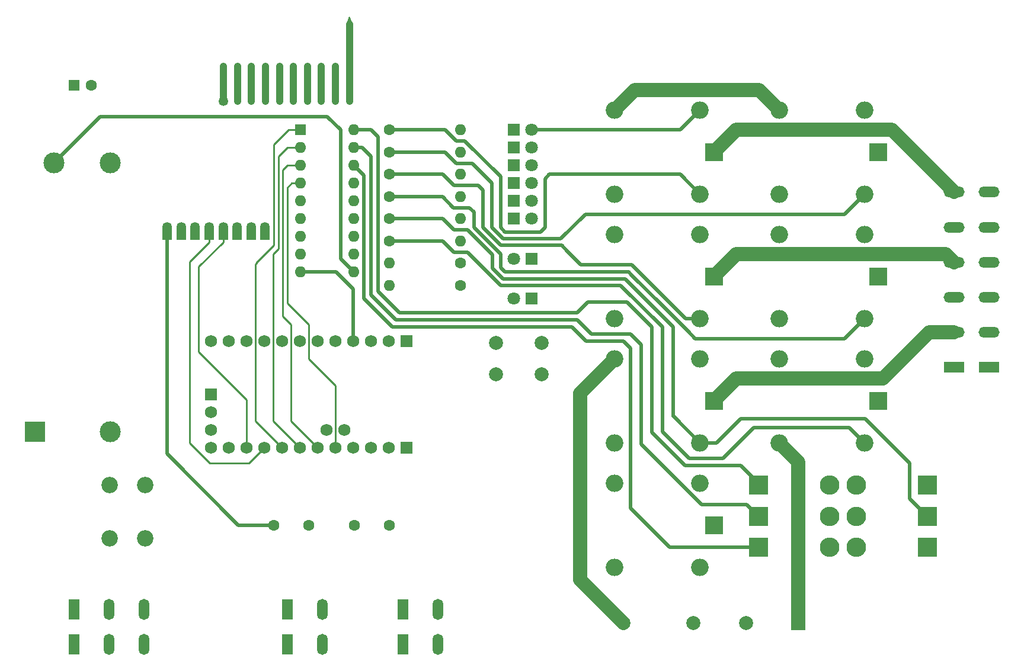
<source format=gbr>
%TF.GenerationSoftware,KiCad,Pcbnew,(5.1.9)-1*%
%TF.CreationDate,2021-04-04T13:29:14+02:00*%
%TF.ProjectId,Rollosteuerung,526f6c6c-6f73-4746-9575-6572756e672e,1.0*%
%TF.SameCoordinates,Original*%
%TF.FileFunction,Copper,L1,Top*%
%TF.FilePolarity,Positive*%
%FSLAX46Y46*%
G04 Gerber Fmt 4.6, Leading zero omitted, Abs format (unit mm)*
G04 Created by KiCad (PCBNEW (5.1.9)-1) date 2021-04-04 13:29:14*
%MOMM*%
%LPD*%
G01*
G04 APERTURE LIST*
%TA.AperFunction,EtchedComponent*%
%ADD10C,1.000000*%
%TD*%
%TA.AperFunction,ComponentPad*%
%ADD11O,2.500000X2.500000*%
%TD*%
%TA.AperFunction,ComponentPad*%
%ADD12R,2.500000X2.500000*%
%TD*%
%TA.AperFunction,ComponentPad*%
%ADD13C,1.600000*%
%TD*%
%TA.AperFunction,ComponentPad*%
%ADD14O,1.600000X1.600000*%
%TD*%
%TA.AperFunction,ComponentPad*%
%ADD15C,1.727200*%
%TD*%
%TA.AperFunction,ComponentPad*%
%ADD16R,1.727200X1.727200*%
%TD*%
%TA.AperFunction,ComponentPad*%
%ADD17R,1.800000X1.800000*%
%TD*%
%TA.AperFunction,ComponentPad*%
%ADD18C,1.800000*%
%TD*%
%TA.AperFunction,ComponentPad*%
%ADD19R,1.600000X1.600000*%
%TD*%
%TA.AperFunction,ComponentPad*%
%ADD20O,2.800000X2.800000*%
%TD*%
%TA.AperFunction,ComponentPad*%
%ADD21R,2.800000X2.800000*%
%TD*%
%TA.AperFunction,SMDPad,CuDef*%
%ADD22C,0.100000*%
%TD*%
%TA.AperFunction,ComponentPad*%
%ADD23C,1.000000*%
%TD*%
%TA.AperFunction,ComponentPad*%
%ADD24C,1.350000*%
%TD*%
%TA.AperFunction,ComponentPad*%
%ADD25O,3.000000X1.500000*%
%TD*%
%TA.AperFunction,ComponentPad*%
%ADD26R,3.000000X1.500000*%
%TD*%
%TA.AperFunction,ComponentPad*%
%ADD27C,2.000000*%
%TD*%
%TA.AperFunction,ComponentPad*%
%ADD28C,2.350000*%
%TD*%
%TA.AperFunction,ConnectorPad*%
%ADD29R,1.350000X1.800000*%
%TD*%
%TA.AperFunction,ComponentPad*%
%ADD30O,1.500000X3.000000*%
%TD*%
%TA.AperFunction,ComponentPad*%
%ADD31R,1.500000X3.000000*%
%TD*%
%TA.AperFunction,ComponentPad*%
%ADD32R,2.000000X2.000000*%
%TD*%
%TA.AperFunction,ComponentPad*%
%ADD33R,3.000000X3.000000*%
%TD*%
%TA.AperFunction,ComponentPad*%
%ADD34C,3.000000*%
%TD*%
%TA.AperFunction,Conductor*%
%ADD35C,0.250000*%
%TD*%
%TA.AperFunction,Conductor*%
%ADD36C,0.500000*%
%TD*%
%TA.AperFunction,Conductor*%
%ADD37C,2.000000*%
%TD*%
G04 APERTURE END LIST*
D10*
%TO.C,AE1*%
X139463000Y-42884000D02*
X139463000Y-37884000D01*
X141463000Y-42884000D02*
X141463000Y-37884000D01*
X143463000Y-42884000D02*
X143463000Y-37884000D01*
X145463000Y-42884000D02*
X145463000Y-37884000D01*
X147463000Y-42884000D02*
X147463000Y-37884000D01*
X149463000Y-42884000D02*
X149463000Y-37884000D01*
X151463000Y-42884000D02*
X151463000Y-37884000D01*
X153463000Y-42884000D02*
X153463000Y-37884000D01*
X155463000Y-42884000D02*
X155463000Y-37884000D01*
X157463000Y-31884000D02*
X157463000Y-42884000D01*
%TD*%
D11*
%TO.P,RLY5,5*%
%TO.N,Q4*%
X207550000Y-91725000D03*
%TO.P,RLY5,4*%
%TO.N,GNDPWR*%
X195350000Y-91725000D03*
%TO.P,RLY5,3*%
%TO.N,+12P*%
X195350000Y-79725000D03*
%TO.P,RLY5,2*%
%TO.N,+5V*%
X207550000Y-79725000D03*
D12*
%TO.P,RLY5,1*%
%TO.N,Net-(J4-Pad2)*%
X209550000Y-85725000D03*
%TD*%
D11*
%TO.P,RLY4,5*%
%TO.N,Q3*%
X231045000Y-73945000D03*
%TO.P,RLY4,4*%
%TO.N,GNDPWR*%
X218845000Y-73945000D03*
%TO.P,RLY4,3*%
%TO.N,+12P*%
X218845000Y-61945000D03*
%TO.P,RLY4,2*%
%TO.N,+5V*%
X231045000Y-61945000D03*
D12*
%TO.P,RLY4,1*%
%TO.N,Net-(J4-Pad3)*%
X233045000Y-67945000D03*
%TD*%
D13*
%TO.P,R6,1*%
%TO.N,Q5*%
X163195000Y-62865000D03*
D14*
%TO.P,R6,2*%
%TO.N,Net-(D6-Pad1)*%
X173355000Y-62865000D03*
%TD*%
D15*
%TO.P,X1,12A*%
%TO.N,CSN*%
X137668000Y-92456000D03*
%TO.P,X1,3B*%
%TO.N,Net-(X1-Pad3B)*%
X137668000Y-89916000D03*
%TO.P,X1,2B*%
%TO.N,Net-(X1-Pad2B)*%
X137668000Y-87376000D03*
D16*
%TO.P,X1,1B*%
%TO.N,Net-(X1-Pad1B)*%
X137668000Y-84836000D03*
D15*
%TO.P,X1,11A*%
%TO.N,MOSI*%
X140208000Y-92456000D03*
%TO.P,X1,9A*%
%TO.N,SCLK*%
X145288000Y-92456000D03*
%TO.P,X1,10A*%
%TO.N,MISO*%
X142748000Y-92456000D03*
%TO.P,X1,6A*%
%TO.N,A2*%
X152908000Y-92456000D03*
%TO.P,X1,5A*%
%TO.N,A3*%
X155448000Y-92456000D03*
%TO.P,X1,7A*%
%TO.N,A1*%
X150368000Y-92456000D03*
%TO.P,X1,8A*%
%TO.N,A0*%
X147828000Y-92456000D03*
%TO.P,X1,4A*%
%TO.N,VCC*%
X157988000Y-92456000D03*
%TO.P,X1,3A*%
%TO.N,Net-(X1-Pad3A)*%
X160528000Y-92456000D03*
D16*
%TO.P,X1,1A*%
%TO.N,+5V*%
X165608000Y-92456000D03*
D15*
%TO.P,X1,2A*%
%TO.N,GND*%
X163068000Y-92456000D03*
%TO.P,X1,2D*%
%TO.N,Net-(X1-Pad2D)*%
X163068000Y-77216000D03*
D16*
%TO.P,X1,1D*%
%TO.N,Net-(X1-Pad1D)*%
X165608000Y-77216000D03*
D15*
%TO.P,X1,3D*%
%TO.N,Net-(X1-Pad3D)*%
X160528000Y-77216000D03*
%TO.P,X1,4D*%
%TO.N,GND*%
X157988000Y-77216000D03*
%TO.P,X1,8D*%
%TO.N,Net-(X1-Pad8D)*%
X147828000Y-77216000D03*
%TO.P,X1,7D*%
%TO.N,Net-(R8-Pad2)*%
X150368000Y-77216000D03*
%TO.P,X1,5D*%
%TO.N,GDO0*%
X155448000Y-77216000D03*
%TO.P,X1,6D*%
%TO.N,Net-(X1-Pad6D)*%
X152908000Y-77216000D03*
%TO.P,X1,10D*%
%TO.N,A4*%
X142748000Y-77216000D03*
%TO.P,X1,9D*%
%TO.N,Net-(X1-Pad9D)*%
X145288000Y-77216000D03*
%TO.P,X1,11D*%
%TO.N,Net-(SW1-Pad1)*%
X140208000Y-77216000D03*
%TO.P,X1,12D*%
%TO.N,A5*%
X137668000Y-77216000D03*
%TO.P,X1,5B*%
%TO.N,Net-(X1-Pad5B)*%
X156718000Y-89916000D03*
%TO.P,X1,4B*%
%TO.N,Net-(X1-Pad4B)*%
X154178000Y-89916000D03*
%TD*%
D13*
%TO.P,C3,1*%
%TO.N,VCC*%
X146685000Y-103505000D03*
%TO.P,C3,2*%
%TO.N,GND*%
X151685000Y-103505000D03*
%TD*%
%TO.P,C1,1*%
%TO.N,+5V*%
X163195000Y-103505000D03*
%TO.P,C1,2*%
%TO.N,GND*%
X158195000Y-103505000D03*
%TD*%
D17*
%TO.P,D8,1*%
%TO.N,GND*%
X183515000Y-71120000D03*
D18*
%TO.P,D8,2*%
%TO.N,Net-(D8-Pad2)*%
X180975000Y-71120000D03*
%TD*%
D17*
%TO.P,D7,1*%
%TO.N,GND*%
X183515000Y-65405000D03*
D18*
%TO.P,D7,2*%
%TO.N,Net-(D7-Pad2)*%
X180975000Y-65405000D03*
%TD*%
D14*
%TO.P,R5,2*%
%TO.N,Net-(D5-Pad1)*%
X173355000Y-59690000D03*
D13*
%TO.P,R5,1*%
%TO.N,Q4*%
X163195000Y-59690000D03*
%TD*%
D14*
%TO.P,R2,2*%
%TO.N,Net-(D2-Pad1)*%
X173355000Y-50165000D03*
D13*
%TO.P,R2,1*%
%TO.N,Q1*%
X163195000Y-50165000D03*
%TD*%
D14*
%TO.P,U2,18*%
%TO.N,Q0*%
X158115000Y-46990000D03*
%TO.P,U2,9*%
%TO.N,GND*%
X150495000Y-67310000D03*
%TO.P,U2,17*%
%TO.N,Q1*%
X158115000Y-49530000D03*
%TO.P,U2,8*%
%TO.N,Net-(U2-Pad8)*%
X150495000Y-64770000D03*
%TO.P,U2,16*%
%TO.N,Q2*%
X158115000Y-52070000D03*
%TO.P,U2,7*%
%TO.N,Net-(U2-Pad7)*%
X150495000Y-62230000D03*
%TO.P,U2,15*%
%TO.N,Q3*%
X158115000Y-54610000D03*
%TO.P,U2,6*%
%TO.N,A5*%
X150495000Y-59690000D03*
%TO.P,U2,14*%
%TO.N,Q4*%
X158115000Y-57150000D03*
%TO.P,U2,5*%
%TO.N,A4*%
X150495000Y-57150000D03*
%TO.P,U2,13*%
%TO.N,Q5*%
X158115000Y-59690000D03*
%TO.P,U2,4*%
%TO.N,A3*%
X150495000Y-54610000D03*
%TO.P,U2,12*%
%TO.N,Net-(U2-Pad12)*%
X158115000Y-62230000D03*
%TO.P,U2,3*%
%TO.N,A2*%
X150495000Y-52070000D03*
%TO.P,U2,11*%
%TO.N,Net-(U2-Pad11)*%
X158115000Y-64770000D03*
%TO.P,U2,2*%
%TO.N,A1*%
X150495000Y-49530000D03*
%TO.P,U2,10*%
%TO.N,+5V*%
X158115000Y-67310000D03*
D19*
%TO.P,U2,1*%
%TO.N,A0*%
X150495000Y-46990000D03*
%TD*%
D11*
%TO.P,RLY7,5*%
%TO.N,Net-(D10-Pad2)*%
X207550000Y-109505000D03*
%TO.P,RLY7,4*%
%TO.N,Net-(RLY7-Pad4)*%
X195350000Y-109505000D03*
%TO.P,RLY7,3*%
%TO.N,-Trafo*%
X195350000Y-97505000D03*
%TO.P,RLY7,2*%
%TO.N,+5V*%
X207550000Y-97505000D03*
D12*
%TO.P,RLY7,1*%
%TO.N,-Rel*%
X209550000Y-103505000D03*
%TD*%
D11*
%TO.P,RLY6,5*%
%TO.N,Q5*%
X231045000Y-91725000D03*
%TO.P,RLY6,4*%
%TO.N,GNDPWR*%
X218845000Y-91725000D03*
%TO.P,RLY6,3*%
%TO.N,+12P*%
X218845000Y-79725000D03*
%TO.P,RLY6,2*%
%TO.N,+5V*%
X231045000Y-79725000D03*
D12*
%TO.P,RLY6,1*%
%TO.N,Net-(J4-Pad1)*%
X233045000Y-85725000D03*
%TD*%
D11*
%TO.P,RLY3,5*%
%TO.N,Q2*%
X207550000Y-73945000D03*
%TO.P,RLY3,4*%
%TO.N,GNDPWR*%
X195350000Y-73945000D03*
%TO.P,RLY3,3*%
%TO.N,+12P*%
X195350000Y-61945000D03*
%TO.P,RLY3,2*%
%TO.N,+5V*%
X207550000Y-61945000D03*
D12*
%TO.P,RLY3,1*%
%TO.N,Net-(J4-Pad4)*%
X209550000Y-67945000D03*
%TD*%
D11*
%TO.P,RLY2,5*%
%TO.N,Q1*%
X231045000Y-56165000D03*
%TO.P,RLY2,4*%
%TO.N,GNDPWR*%
X218845000Y-56165000D03*
%TO.P,RLY2,3*%
%TO.N,+12P*%
X218845000Y-44165000D03*
%TO.P,RLY2,2*%
%TO.N,+5V*%
X231045000Y-44165000D03*
D12*
%TO.P,RLY2,1*%
%TO.N,Net-(J4-Pad5)*%
X233045000Y-50165000D03*
%TD*%
D11*
%TO.P,RLY1,5*%
%TO.N,Q0*%
X207550000Y-56165000D03*
%TO.P,RLY1,4*%
%TO.N,GNDPWR*%
X195350000Y-56165000D03*
%TO.P,RLY1,3*%
%TO.N,+12P*%
X195350000Y-44165000D03*
%TO.P,RLY1,2*%
%TO.N,+5V*%
X207550000Y-44165000D03*
D12*
%TO.P,RLY1,1*%
%TO.N,Net-(J4-Pad6)*%
X209550000Y-50165000D03*
%TD*%
D20*
%TO.P,D15,2*%
%TO.N,Net-(D10-Pad2)*%
X229870000Y-97790000D03*
D21*
%TO.P,D15,1*%
%TO.N,Q5*%
X240030000Y-97790000D03*
%TD*%
D20*
%TO.P,D14,2*%
%TO.N,Net-(D10-Pad2)*%
X229870000Y-102235000D03*
D21*
%TO.P,D14,1*%
%TO.N,Q4*%
X240030000Y-102235000D03*
%TD*%
D20*
%TO.P,D13,2*%
%TO.N,Net-(D10-Pad2)*%
X229870000Y-106680000D03*
D21*
%TO.P,D13,1*%
%TO.N,Q3*%
X240030000Y-106680000D03*
%TD*%
D20*
%TO.P,D12,2*%
%TO.N,Net-(D10-Pad2)*%
X226060000Y-106680000D03*
D21*
%TO.P,D12,1*%
%TO.N,Q2*%
X215900000Y-106680000D03*
%TD*%
D20*
%TO.P,D11,2*%
%TO.N,Net-(D10-Pad2)*%
X226060000Y-102235000D03*
D21*
%TO.P,D11,1*%
%TO.N,Q1*%
X215900000Y-102235000D03*
%TD*%
D20*
%TO.P,D10,2*%
%TO.N,Net-(D10-Pad2)*%
X226060000Y-97790000D03*
D21*
%TO.P,D10,1*%
%TO.N,Q0*%
X215900000Y-97790000D03*
%TD*%
%TA.AperFunction,SMDPad,CuDef*%
D22*
%TO.P,AE1,1*%
%TO.N,Net-(AE1-Pad1)*%
G36*
X157113000Y-31584000D02*
G01*
X157413000Y-30784000D01*
X157513000Y-30784000D01*
X157813000Y-31584000D01*
X157113000Y-31584000D01*
G37*
%TD.AperFunction*%
D23*
%TO.P,AE1,*%
%TO.N,*%
X157463000Y-42884000D03*
X155463000Y-37884000D03*
X155463000Y-42884000D03*
X153463000Y-42884000D03*
X153463000Y-37884000D03*
X151463000Y-37884000D03*
X151463000Y-42884000D03*
X149463000Y-42884000D03*
X149463000Y-37884000D03*
X147463000Y-37884000D03*
X147463000Y-42884000D03*
X145463000Y-42884000D03*
X145463000Y-37884000D03*
X143463000Y-42884000D03*
X143463000Y-37884000D03*
X141463000Y-37884000D03*
X141463000Y-42884000D03*
D24*
X139463000Y-42884000D03*
D23*
X139463000Y-37884000D03*
%TD*%
D25*
%TO.P,J4,6*%
%TO.N,Net-(J4-Pad6)*%
X248840000Y-55899000D03*
X243840000Y-55899000D03*
%TO.P,J4,5*%
%TO.N,Net-(J4-Pad5)*%
X248840000Y-60899000D03*
X243840000Y-60899000D03*
%TO.P,J4,4*%
%TO.N,Net-(J4-Pad4)*%
X248840000Y-65899000D03*
X243840000Y-65899000D03*
%TO.P,J4,3*%
%TO.N,Net-(J4-Pad3)*%
X248840000Y-70899000D03*
X243840000Y-70899000D03*
%TO.P,J4,2*%
%TO.N,Net-(J4-Pad2)*%
X248840000Y-75899000D03*
X243840000Y-75899000D03*
D26*
%TO.P,J4,1*%
%TO.N,Net-(J4-Pad1)*%
X248840000Y-80899000D03*
X243840000Y-80899000D03*
%TD*%
D27*
%TO.P,SW1,1*%
%TO.N,Net-(SW1-Pad1)*%
X184935000Y-77470000D03*
%TO.P,SW1,2*%
%TO.N,GND*%
X184935000Y-81970000D03*
%TO.P,SW1,1*%
%TO.N,Net-(SW1-Pad1)*%
X178435000Y-77470000D03*
%TO.P,SW1,2*%
%TO.N,GND*%
X178435000Y-81970000D03*
%TD*%
D28*
%TO.P,F1,1*%
%TO.N,-Trafo*%
X123190000Y-97790000D03*
%TO.P,F1,2*%
%TO.N,Net-(F1-Pad2)*%
X123190000Y-105410000D03*
X128270000Y-105410000D03*
%TO.P,F1,1*%
%TO.N,-Trafo*%
X128270000Y-97790000D03*
%TD*%
D29*
%TO.P,U1,7*%
%TO.N,GDO0*%
X143421000Y-61873000D03*
%TO.P,U1,6*%
%TO.N,Net-(U1-Pad6)*%
X141421000Y-61873000D03*
%TO.P,U1,5*%
%TO.N,MISO*%
X139421000Y-61873000D03*
%TO.P,U1,4*%
%TO.N,SCLK*%
X137421000Y-61873000D03*
%TO.P,U1,3*%
%TO.N,MOSI*%
X135421000Y-61873000D03*
%TO.P,U1,2*%
%TO.N,GND*%
X133421000Y-61873000D03*
%TO.P,U1,1*%
%TO.N,VCC*%
X131421000Y-61873000D03*
D24*
%TO.P,U1,7*%
%TO.N,GDO0*%
X143421000Y-60873000D03*
%TO.P,U1,6*%
%TO.N,Net-(U1-Pad6)*%
X141421000Y-60873000D03*
%TO.P,U1,5*%
%TO.N,MISO*%
X139421000Y-60873000D03*
%TO.P,U1,4*%
%TO.N,SCLK*%
X137421000Y-60873000D03*
%TO.P,U1,3*%
%TO.N,MOSI*%
X135421000Y-60873000D03*
%TO.P,U1,2*%
%TO.N,GND*%
X133421000Y-60873000D03*
%TO.P,U1,1*%
%TO.N,VCC*%
X131421000Y-60873000D03*
D29*
%TO.P,U1,8*%
%TO.N,CSN*%
X145421000Y-61873000D03*
D24*
X145421000Y-60873000D03*
%TD*%
D30*
%TO.P,J2,2*%
%TO.N,-Rel*%
X153590000Y-120570000D03*
X153590000Y-115570000D03*
D31*
%TO.P,J2,1*%
%TO.N,Net-(J1-Pad1)*%
X148590000Y-120570000D03*
X148590000Y-115570000D03*
%TD*%
D30*
%TO.P,J1,3*%
%TO.N,Net-(F1-Pad2)*%
X128110000Y-120570000D03*
X128110000Y-115570000D03*
%TO.P,J1,2*%
%TO.N,Net-(J1-Pad2)*%
X123110000Y-120570000D03*
X123110000Y-115570000D03*
D31*
%TO.P,J1,1*%
%TO.N,Net-(J1-Pad1)*%
X118110000Y-120570000D03*
X118110000Y-115570000D03*
%TD*%
D30*
%TO.P,J3,2*%
%TO.N,Net-(D9-Pad3)*%
X170100000Y-120570000D03*
X170100000Y-115570000D03*
D31*
%TO.P,J3,1*%
%TO.N,Net-(D9-Pad2)*%
X165100000Y-120570000D03*
X165100000Y-115570000D03*
%TD*%
D13*
%TO.P,C2,2*%
%TO.N,GND*%
X120610000Y-40640000D03*
D19*
%TO.P,C2,1*%
%TO.N,+5V*%
X118110000Y-40640000D03*
%TD*%
D32*
%TO.P,D9,1*%
%TO.N,GNDPWR*%
X221615000Y-117475000D03*
D27*
%TO.P,D9,2*%
%TO.N,Net-(D9-Pad2)*%
X214115000Y-117475000D03*
%TO.P,D9,3*%
%TO.N,Net-(D9-Pad3)*%
X206615000Y-117475000D03*
%TO.P,D9,4*%
%TO.N,+12P*%
X196615000Y-117475000D03*
%TD*%
D17*
%TO.P,D6,1*%
%TO.N,Net-(D6-Pad1)*%
X180975000Y-59690000D03*
D18*
%TO.P,D6,2*%
%TO.N,+5V*%
X183515000Y-59690000D03*
%TD*%
%TO.P,D5,2*%
%TO.N,+5V*%
X183515000Y-57150000D03*
D17*
%TO.P,D5,1*%
%TO.N,Net-(D5-Pad1)*%
X180975000Y-57150000D03*
%TD*%
D18*
%TO.P,D4,2*%
%TO.N,+5V*%
X183515000Y-54610000D03*
D17*
%TO.P,D4,1*%
%TO.N,Net-(D4-Pad1)*%
X180975000Y-54610000D03*
%TD*%
D18*
%TO.P,D3,2*%
%TO.N,+5V*%
X183515000Y-52070000D03*
D17*
%TO.P,D3,1*%
%TO.N,Net-(D3-Pad1)*%
X180975000Y-52070000D03*
%TD*%
D18*
%TO.P,D2,2*%
%TO.N,+5V*%
X183515000Y-49530000D03*
D17*
%TO.P,D2,1*%
%TO.N,Net-(D2-Pad1)*%
X180975000Y-49530000D03*
%TD*%
D18*
%TO.P,D1,2*%
%TO.N,+5V*%
X183515000Y-46990000D03*
D17*
%TO.P,D1,1*%
%TO.N,Net-(D1-Pad1)*%
X180975000Y-46990000D03*
%TD*%
D33*
%TO.P,PS1,1*%
%TO.N,Net-(J1-Pad1)*%
X112522000Y-90170000D03*
D34*
%TO.P,PS1,4*%
%TO.N,+5V*%
X115272000Y-51670000D03*
%TO.P,PS1,2*%
%TO.N,-Trafo*%
X123272000Y-90170000D03*
%TO.P,PS1,3*%
%TO.N,GND*%
X123272000Y-51670000D03*
%TD*%
D13*
%TO.P,R1,1*%
%TO.N,Q0*%
X163195000Y-46990000D03*
D14*
%TO.P,R1,2*%
%TO.N,Net-(D1-Pad1)*%
X173355000Y-46990000D03*
%TD*%
%TO.P,R3,2*%
%TO.N,Net-(D3-Pad1)*%
X173355000Y-53340000D03*
D13*
%TO.P,R3,1*%
%TO.N,Q2*%
X163195000Y-53340000D03*
%TD*%
%TO.P,R4,1*%
%TO.N,Q3*%
X163195000Y-56515000D03*
D14*
%TO.P,R4,2*%
%TO.N,Net-(D4-Pad1)*%
X173355000Y-56515000D03*
%TD*%
D13*
%TO.P,R7,1*%
%TO.N,Net-(D7-Pad2)*%
X173355000Y-66040000D03*
D14*
%TO.P,R7,2*%
%TO.N,+5V*%
X163195000Y-66040000D03*
%TD*%
D13*
%TO.P,R8,1*%
%TO.N,Net-(D8-Pad2)*%
X173355000Y-69215000D03*
D14*
%TO.P,R8,2*%
%TO.N,Net-(R8-Pad2)*%
X163195000Y-69215000D03*
%TD*%
D35*
%TO.N,Net-(U1-Pad6)*%
X141421000Y-60873000D02*
X141421000Y-61873000D01*
D36*
%TO.N,+5V*%
X204725000Y-46990000D02*
X207550000Y-44165000D01*
X183515000Y-46990000D02*
X204725000Y-46990000D01*
D35*
X156989999Y-66184999D02*
X158115000Y-67310000D01*
D36*
X156210000Y-65405000D02*
X158115000Y-67310000D01*
X156210000Y-46990000D02*
X156210000Y-65405000D01*
X154305000Y-45085000D02*
X156210000Y-46990000D01*
X121857000Y-45085000D02*
X154305000Y-45085000D01*
X115272000Y-51670000D02*
X121857000Y-45085000D01*
D35*
%TO.N,GND*%
X133421000Y-60873000D02*
X133421000Y-61873000D01*
D36*
X150495000Y-67310000D02*
X155575000Y-67310000D01*
X157988000Y-69723000D02*
X157416500Y-69151500D01*
X157988000Y-77216000D02*
X157988000Y-69723000D01*
X155575000Y-67310000D02*
X157416500Y-69151500D01*
D35*
%TO.N,A3*%
X150495000Y-54610000D02*
X149225000Y-54610000D01*
X148590000Y-55245000D02*
X148590000Y-56324500D01*
X149225000Y-54610000D02*
X148590000Y-55245000D01*
X148590000Y-56324500D02*
X148590000Y-55880000D01*
X151638000Y-79756000D02*
X155448000Y-83566000D01*
X148590000Y-56324500D02*
X148590000Y-71755000D01*
X155448000Y-92456000D02*
X155448000Y-83566000D01*
X151638000Y-75387200D02*
X151638000Y-74803000D01*
X151638000Y-74803000D02*
X151142700Y-74307700D01*
X148590000Y-71755000D02*
X151142700Y-74307700D01*
X151638000Y-74930000D02*
X151638000Y-75387200D01*
X151638000Y-75133200D02*
X151638000Y-79756000D01*
%TO.N,A2*%
X150495000Y-52070000D02*
X148590000Y-52070000D01*
X148590000Y-52070000D02*
X147955000Y-52705000D01*
X147955000Y-52705000D02*
X147955000Y-54102000D01*
X147955000Y-54102000D02*
X147955000Y-53975000D01*
X147955000Y-73660000D02*
X147955000Y-54102000D01*
X149098000Y-74803000D02*
X147955000Y-73660000D01*
X149098000Y-88646000D02*
X149098000Y-88036400D01*
X152908000Y-92456000D02*
X149098000Y-88646000D01*
X149098000Y-88036400D02*
X149098000Y-74803000D01*
%TO.N,A1*%
X150495000Y-49530000D02*
X148590000Y-49530000D01*
X148590000Y-49530000D02*
X147320000Y-50800000D01*
X147320000Y-50800000D02*
X147320000Y-52133500D01*
X147320000Y-52133500D02*
X147320000Y-52070000D01*
X146558000Y-64770000D02*
X147320000Y-64008000D01*
X147320000Y-64008000D02*
X147320000Y-52133500D01*
X146558000Y-88646000D02*
X146558000Y-88341200D01*
X150368000Y-92456000D02*
X146558000Y-88646000D01*
X146558000Y-88341200D02*
X146558000Y-64770000D01*
%TO.N,A0*%
X148780500Y-46990000D02*
X150495000Y-46990000D01*
X146685000Y-49085500D02*
X148780500Y-46990000D01*
X146685000Y-63500000D02*
X146685000Y-49085500D01*
X144018000Y-88646000D02*
X144246600Y-88874600D01*
X144246600Y-88874600D02*
X144145000Y-88773000D01*
X147828000Y-92456000D02*
X144246600Y-88874600D01*
X144018000Y-66167000D02*
X145503900Y-64681100D01*
X144018000Y-66548000D02*
X144018000Y-66167000D01*
X145503900Y-64681100D02*
X146685000Y-63500000D01*
X144145000Y-66040000D02*
X145503900Y-64681100D01*
X144018000Y-66548000D02*
X144018000Y-88646000D01*
%TO.N,GDO0*%
X143421000Y-60873000D02*
X143421000Y-61873000D01*
%TO.N,MISO*%
X139421000Y-60873000D02*
X139421000Y-61873000D01*
X135890000Y-66548000D02*
X135890000Y-78740000D01*
X139421000Y-63017000D02*
X135890000Y-66548000D01*
X139421000Y-60873000D02*
X139421000Y-63017000D01*
X142748000Y-92456000D02*
X142748000Y-85598000D01*
X142748000Y-85598000D02*
X142163800Y-85013800D01*
X135890000Y-78740000D02*
X142163800Y-85013800D01*
%TO.N,SCLK*%
X137421000Y-60873000D02*
X137421000Y-61873000D01*
X134620000Y-91757500D02*
X134651750Y-91789250D01*
X134620000Y-65824000D02*
X134620000Y-91757500D01*
X137421000Y-63023000D02*
X134620000Y-65824000D01*
X137421000Y-60873000D02*
X137421000Y-63023000D01*
X134651750Y-91789250D02*
X137477500Y-94615000D01*
X143129000Y-94615000D02*
X142671800Y-94615000D01*
X145288000Y-92456000D02*
X143129000Y-94615000D01*
X142671800Y-94615000D02*
X137477500Y-94615000D01*
X142938500Y-94615000D02*
X142671800Y-94615000D01*
%TO.N,MOSI*%
X135421000Y-60873000D02*
X135421000Y-61873000D01*
%TO.N,VCC*%
X131421000Y-60873000D02*
X131421000Y-61873000D01*
D36*
X146685000Y-103505000D02*
X141605000Y-103505000D01*
X131421000Y-93321000D02*
X131421000Y-85241000D01*
X141605000Y-103505000D02*
X131421000Y-93321000D01*
X131421000Y-85241000D02*
X131421000Y-85701000D01*
X131421000Y-60873000D02*
X131421000Y-85241000D01*
D35*
%TO.N,CSN*%
X145421000Y-60873000D02*
X145421000Y-61873000D01*
%TO.N,Q0*%
X163195000Y-46990000D02*
X163195000Y-46926500D01*
D36*
X186055000Y-53340000D02*
X204725000Y-53340000D01*
X204725000Y-53340000D02*
X207550000Y-56165000D01*
X186055000Y-53340000D02*
X185420000Y-53975000D01*
X184785000Y-61595000D02*
X185420000Y-60960000D01*
X179705000Y-61595000D02*
X184785000Y-61595000D01*
X179070000Y-60960000D02*
X179705000Y-61595000D01*
X179070000Y-53692499D02*
X179070000Y-60960000D01*
X173955001Y-48577500D02*
X179070000Y-53692499D01*
X172739999Y-48577500D02*
X173955001Y-48577500D01*
X171152499Y-46990000D02*
X172739999Y-48577500D01*
X163195000Y-46990000D02*
X171152499Y-46990000D01*
X205448538Y-94996000D02*
X200660000Y-90207462D01*
X213360000Y-94996000D02*
X205448538Y-94996000D01*
X215900000Y-97536000D02*
X213360000Y-94996000D01*
X215900000Y-97790000D02*
X215900000Y-97536000D01*
X200660000Y-77165200D02*
X200660000Y-76657200D01*
X200660000Y-90207462D02*
X200660000Y-77165200D01*
X161544000Y-48920400D02*
X161544000Y-48240001D01*
X164592000Y-73152000D02*
X161544000Y-70104000D01*
X189992000Y-73152000D02*
X164592000Y-73152000D01*
X191516000Y-71628000D02*
X189992000Y-73152000D01*
X161544000Y-70104000D02*
X161544000Y-48920400D01*
X197104000Y-71628000D02*
X191516000Y-71628000D01*
X200660000Y-75184000D02*
X197104000Y-71628000D01*
X200660000Y-77165200D02*
X200660000Y-75184000D01*
X185420000Y-60960000D02*
X185420000Y-53975000D01*
X160578800Y-46990000D02*
X161544000Y-47955200D01*
X158115000Y-46990000D02*
X160578800Y-46990000D01*
X161544000Y-47955200D02*
X161544000Y-48920400D01*
%TO.N,Q1*%
X215900000Y-102235000D02*
X215469999Y-101804999D01*
X214249000Y-100584000D02*
X215900000Y-102235000D01*
X199136000Y-91948000D02*
X207772000Y-100584000D01*
X207772000Y-100584000D02*
X214249000Y-100584000D01*
X199136000Y-77724000D02*
X199136000Y-91948000D01*
X192024000Y-76200000D02*
X197612000Y-76200000D01*
X164084000Y-74168000D02*
X189992000Y-74168000D01*
X160528000Y-70612000D02*
X164084000Y-74168000D01*
X160528000Y-50779435D02*
X160528000Y-70612000D01*
X197612000Y-76200000D02*
X199136000Y-77724000D01*
X159278565Y-49530000D02*
X160528000Y-50779435D01*
X189992000Y-74168000D02*
X192024000Y-76200000D01*
X158115000Y-49530000D02*
X159278565Y-49530000D01*
X228155500Y-59054500D02*
X231045000Y-56165000D01*
X228155500Y-59055000D02*
X228155500Y-59054500D01*
X187655200Y-62547500D02*
X191147700Y-59055000D01*
X179387500Y-62547500D02*
X187655200Y-62547500D01*
X177800000Y-60960000D02*
X179387500Y-62547500D01*
X177800000Y-54572537D02*
X177800000Y-60960000D01*
X191147700Y-59055000D02*
X228155500Y-59055000D01*
X174979963Y-51752500D02*
X177800000Y-54572537D01*
X172720000Y-51752500D02*
X174979963Y-51752500D01*
X171132500Y-50165000D02*
X172720000Y-51752500D01*
X163195000Y-50165000D02*
X171132500Y-50165000D01*
%TO.N,Q2*%
X187769500Y-63500000D02*
X188595000Y-64325500D01*
X176530000Y-60960000D02*
X179070000Y-63500000D01*
X176530000Y-55562500D02*
X176530000Y-60960000D01*
X175895000Y-54927500D02*
X176530000Y-55562500D01*
X172402500Y-54927500D02*
X175895000Y-54927500D01*
X179070000Y-63500000D02*
X187769500Y-63500000D01*
X170815000Y-53340000D02*
X172402500Y-54927500D01*
X163195000Y-53340000D02*
X170815000Y-53340000D01*
X196596000Y-77216000D02*
X197612000Y-78232000D01*
X189280800Y-75184000D02*
X191312800Y-77216000D01*
X163576000Y-75184000D02*
X189280800Y-75184000D01*
X191312800Y-77216000D02*
X196596000Y-77216000D01*
X159512000Y-71120000D02*
X163576000Y-75184000D01*
X159512000Y-53467000D02*
X159512000Y-71120000D01*
X158115000Y-52070000D02*
X159512000Y-53467000D01*
X197612000Y-94927802D02*
X197662800Y-94927802D01*
X215900000Y-106680000D02*
X203200000Y-106680000D01*
X203200000Y-106680000D02*
X197612000Y-101092000D01*
X197612000Y-101092000D02*
X197612000Y-93319600D01*
X197612000Y-93319600D02*
X197612000Y-94927802D01*
X197612000Y-78232000D02*
X197612000Y-93319600D01*
X188595000Y-64338200D02*
X190550800Y-66294000D01*
X188595000Y-64325500D02*
X188595000Y-64338200D01*
X207550000Y-73945000D02*
X205466200Y-73945000D01*
X205466200Y-73945000D02*
X197815200Y-66294000D01*
X190550800Y-66294000D02*
X197815200Y-66294000D01*
%TO.N,Q3*%
X163195000Y-56515000D02*
X170751500Y-56515000D01*
X170751500Y-56515000D02*
X172339000Y-58102500D01*
X174625000Y-58102500D02*
X175260000Y-58737500D01*
X175260000Y-58737500D02*
X175260000Y-60960000D01*
X175260000Y-60960000D02*
X179070000Y-64770000D01*
X172339000Y-58102500D02*
X174625000Y-58102500D01*
X179070000Y-64770000D02*
X179070000Y-66675000D01*
X179070000Y-66675000D02*
X179705000Y-67310000D01*
X228155000Y-76835000D02*
X231045000Y-73945000D01*
X197358000Y-67310000D02*
X197739000Y-67691000D01*
X179705000Y-67310000D02*
X197358000Y-67310000D01*
X197739000Y-67691000D02*
X202184000Y-72136000D01*
X206883000Y-76835000D02*
X205816200Y-75768200D01*
X207899000Y-76835000D02*
X206883000Y-76835000D01*
X202184000Y-72136000D02*
X205816200Y-75768200D01*
X207899000Y-76835000D02*
X228155000Y-76835000D01*
%TO.N,Q4*%
X163195000Y-59690000D02*
X170815000Y-59690000D01*
X170815000Y-59690000D02*
X172402500Y-61277500D01*
X172402500Y-61277500D02*
X174307500Y-61277500D01*
X174327499Y-61297499D02*
X177863500Y-64833500D01*
X238179999Y-100384999D02*
X240030000Y-102235000D01*
X177863500Y-66458462D02*
X177863500Y-66421000D01*
X177863500Y-64833500D02*
X177863500Y-66421000D01*
X209900000Y-91725000D02*
X207550000Y-91725000D01*
X213360000Y-88265000D02*
X209900000Y-91725000D01*
X231140000Y-88265000D02*
X213360000Y-88265000D01*
X237490000Y-94615000D02*
X231140000Y-88265000D01*
X240030000Y-102235000D02*
X237490000Y-99695000D01*
X237490000Y-99695000D02*
X237490000Y-94615000D01*
X207550000Y-91744800D02*
X203708000Y-87902800D01*
X203708000Y-87933800D02*
X203708000Y-83870800D01*
X196850000Y-68326000D02*
X202184000Y-73660000D01*
X179451000Y-68326000D02*
X196850000Y-68326000D01*
X177863500Y-66738500D02*
X179451000Y-68326000D01*
X177863500Y-66421000D02*
X177863500Y-66738500D01*
X202184000Y-73660000D02*
X203708000Y-75184000D01*
X203708000Y-75184000D02*
X203708000Y-83820000D01*
%TO.N,Q5*%
X215265000Y-89535000D02*
X228855000Y-89535000D01*
X210820000Y-93980000D02*
X215265000Y-89535000D01*
X206044800Y-93980000D02*
X210820000Y-93980000D01*
X202184000Y-90119200D02*
X206044800Y-93980000D01*
X202184000Y-75184000D02*
X202184000Y-90119200D01*
X196215000Y-69215000D02*
X202184000Y-75184000D01*
X179070000Y-69215000D02*
X196215000Y-69215000D01*
X228855000Y-89535000D02*
X231045000Y-91725000D01*
X174307500Y-64452500D02*
X179070000Y-69215000D01*
X172402500Y-64452500D02*
X174307500Y-64452500D01*
X170815000Y-62865000D02*
X172402500Y-64452500D01*
X163195000Y-62865000D02*
X170815000Y-62865000D01*
D37*
%TO.N,GNDPWR*%
X221615000Y-94495000D02*
X218845000Y-91725000D01*
X221615000Y-117475000D02*
X221615000Y-94495000D01*
%TO.N,+12P*%
X198240000Y-41275000D02*
X198564500Y-41275000D01*
X195350000Y-44165000D02*
X198240000Y-41275000D01*
X215955000Y-41275000D02*
X214820500Y-41275000D01*
X218845000Y-44165000D02*
X215955000Y-41275000D01*
X198564500Y-41275000D02*
X214820500Y-41275000D01*
X195350000Y-79725000D02*
X190436500Y-84638500D01*
X190436500Y-111296500D02*
X196615000Y-117475000D01*
X190436500Y-84638500D02*
X190436500Y-111296500D01*
%TO.N,Net-(J4-Pad2)*%
X212725000Y-82550000D02*
X209550000Y-85725000D01*
X233680000Y-82550000D02*
X212725000Y-82550000D01*
X233680000Y-82486500D02*
X233680000Y-82550000D01*
X240267500Y-75899000D02*
X233680000Y-82486500D01*
X243840000Y-75899000D02*
X240267500Y-75899000D01*
%TO.N,Net-(J4-Pad4)*%
X243435999Y-65494999D02*
X243840000Y-65899000D01*
X212725000Y-64770000D02*
X209550000Y-67945000D01*
X243826000Y-65899000D02*
X242697000Y-64770000D01*
X243840000Y-65899000D02*
X243826000Y-65899000D01*
X242697000Y-64770000D02*
X212725000Y-64770000D01*
%TO.N,Net-(J4-Pad6)*%
X212725000Y-46990000D02*
X209550000Y-50165000D01*
X234931000Y-46990000D02*
X233743500Y-46990000D01*
X243840000Y-55899000D02*
X234931000Y-46990000D01*
X233743500Y-46990000D02*
X212725000Y-46990000D01*
%TD*%
M02*

</source>
